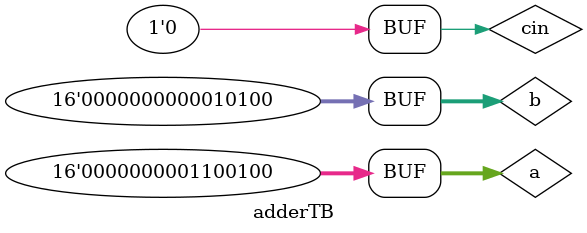
<source format=v>
`timescale 1ns / 1ps


module adderTB;

	// Inputs
	reg cin;
	reg [15:0] a;
	reg [15:0] b;

	// Outputs
	wire cout;
	wire [15:0] r;

	// Instantiate the Unit Under Test (UUT)
	adder uut (
		.cin(cin), 
		.a(a), 
		.b(b), 
		.cout(cout), 
		.r(r)
	);

	initial begin
		// Initialize Inputs
		cin = 0;
		a = 0;
		b = 0;

		// Wait 100 ns for global reset to finish
		#100;
		cin = 0;
        a = 100;
		  b = 20;
		  #50;
		// Add stimulus here

	end
      
endmodule


</source>
